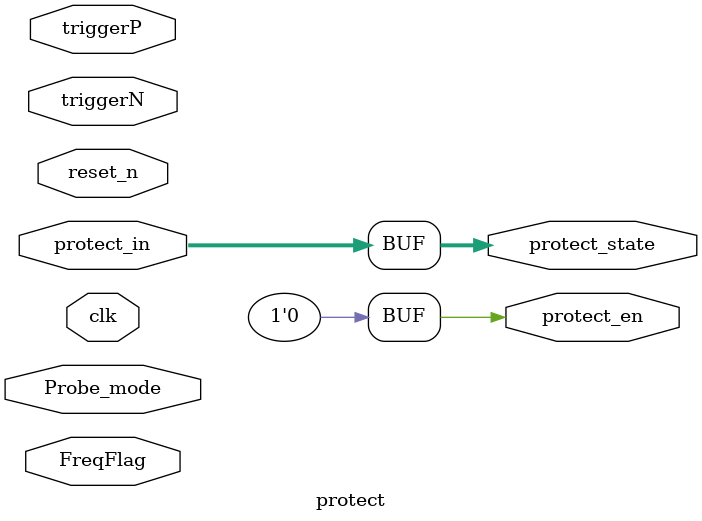
<source format=v>

`timescale 1ns/100ps

module protect(
	input 	wire			clk,
	input 	wire			reset_n,
	input		wire			triggerP,
	input		wire			triggerN,
	input		wire			FreqFlag,	//1--->(Freq <= 1MHz);		0-->(Freq > 1MHz);
	input		wire			Probe_mode,	//探头模式选择  1-->双探头   0-->单探头
	input 	wire[5:0]	protect_in,
	output 	wire 			protect_en,	//1-->protect;		0-->unprotect;
	output	wire[5:0]	protect_state
	);

//**************************** Introduction *******************************
// protect_in[0]: MOSFET_protect(MOSFET_UP); 		0-->unprotect;		1-->protect;
// protect_in[1]: MOSFET_protect(MOSFET_DOWN);		0-->unprotect;		1-->protect;
// protect_in[2]: HVCap_protect(IOV_HIGH);			0-->protect;		1-->unprotect;
// protect_in[3]: Temp_Protect1;							1-->protect;		0-->unprotect;
// protect_in[4]: Temp_Protect2;							1-->protect;		0-->unprotect;
// protect_in[5]: Temp_ProtectMOS;						0-->protect;		1-->unprotect;
//*************************************************************************
	parameter T_30ns = 16'd10;
	
	parameter N = 24;
	reg [N:0] triggerP_d_tmp;
	reg [N:0] triggerN_d_tmp;
	always@(posedge clk or negedge reset_n)
	begin
		if(~reset_n)
		begin
			triggerP_d_tmp <= 0;
			triggerN_d_tmp <= 0;
		end
		else
		begin
			triggerP_d_tmp <= {triggerP_d_tmp[N-1:0],triggerP};
			triggerN_d_tmp <= {triggerN_d_tmp[N-1:0],triggerN};
		end
	end

	wire triggerP_p_en;
	wire tirggerN_p_en;
	wire MosProtect_en;
	wire EMATprotect_in;
	reg MosProtect_en_tmp;
		
	assign triggerP_p_en = triggerP_d_tmp[N] & triggerP;
	assign tirggerN_p_en = triggerN_d_tmp[N] & triggerN;
	assign MosProtect_en = (triggerP_p_en | tirggerN_p_en) & MosProtect_en_tmp;
	assign EMATprotect_in = Probe_mode ? (~protect_in[4]) : ((~protect_in[3]) & (~protect_in[4]));
	assign protect_state = protect_in;


//	MOSFET Protect Freq <= 1MHz;
	parameter STATE_IDLE	= 2'd0;
	parameter STATE_P_TEST 	= 2'd1;
	parameter STATE_P_WAIT	= 2'd2;
	
	reg[15:0] MosP_cnt;
	reg[1:0]	MosP_state;
	always@(posedge clk or negedge reset_n)
	begin
		if(~reset_n)
		begin
			MosP_cnt <= 16'd0;
			MosProtect_en_tmp <= 1'b0; 
			MosP_state <= STATE_IDLE;
		end
		else
		begin
			case(MosP_state)
				STATE_IDLE:
				begin
					if(protect_in[0] | (protect_in[1]) | EMATprotect_in | (protect_in[5]))
					begin
						MosP_cnt <=MosP_cnt + 16'd1;
						MosProtect_en_tmp <= 1'b0; 
						MosP_state <= STATE_P_TEST;
					end
					else
					begin
						MosP_cnt <= 16'd0;
						MosProtect_en_tmp <= 1'b0; 
						MosP_state <= STATE_IDLE;
					end
				end
				STATE_P_TEST:
				begin
					if(MosP_cnt >= T_30ns)
					begin
						MosProtect_en_tmp <= 1'b1; 
					end
					else
					begin
						MosProtect_en_tmp <= 1'b0; 
					end
					if(protect_in[0] | (protect_in[1]) | EMATprotect_in | (protect_in[5]))
					begin
						MosP_cnt <=MosP_cnt + 16'd1;
						MosP_state <= STATE_P_TEST;
					end
					else
					begin
						MosP_cnt <= MosP_cnt;
						MosP_state <= STATE_P_WAIT;
					end
				end
				STATE_P_WAIT:
				begin
					if(MosP_cnt >= T_30ns)
					begin
						MosProtect_en_tmp <= 1'b1; 
					end
					else
					begin
						MosProtect_en_tmp <= 1'b0; 
					end
					if(protect_in[0] | (protect_in[1]) | EMATprotect_in | (protect_in[5]))
					begin
						MosP_cnt <=MosP_cnt + 16'd1;
						MosP_state <= STATE_P_TEST;
					end
					else
					begin
						MosP_cnt <= 0;
						MosP_state <= STATE_IDLE;
					end
				end
				
				default:
				begin
					MosP_cnt <= 16'd0;
					MosProtect_en_tmp <= 1'b1; 
					MosP_state <= STATE_IDLE;
				end
			endcase
		end
	end
	
//	HV Protect Freq > 1MHz;
	
	reg[15:0] HVP_cnt;
	reg HVProtect_en;
	reg[1:0]	HVP_state;
	always@(posedge clk or negedge reset_n)
	begin
		if(~reset_n)
		begin
			HVP_cnt <= 16'd0;
			HVProtect_en <= 1'b0; 
			HVP_state <= STATE_IDLE;
		end
		else
		begin
			case(HVP_state)
				STATE_IDLE:
				begin
					if(EMATprotect_in | (protect_in[5]))
					begin
						HVP_cnt <=HVP_cnt + 16'd1;
						HVProtect_en <= 1'b0; 
						HVP_state <= STATE_P_TEST;
					end
					else
					begin
						HVP_cnt <= 16'd0;
						HVProtect_en <= 1'b0; 
						HVP_state <= STATE_IDLE;
					end
				end
				STATE_P_TEST:
				begin
					if(HVP_cnt >= T_30ns)
					begin
						HVProtect_en <= 1'b1; 
					end
					else
					begin
						HVProtect_en <= 1'b0; 
					end
					if(EMATprotect_in | (protect_in[5]))
					begin
						HVP_cnt <= HVP_cnt + 16'd1;
						HVP_state <= STATE_P_TEST;
					end
					else
					begin
						HVP_cnt <= HVP_cnt;
						HVP_state <= STATE_P_WAIT;
					end
				end
				STATE_P_WAIT:
				begin
					if(HVP_cnt >= T_30ns)
					begin
						HVProtect_en <= 1'b1; 
					end
					else
					begin
						HVProtect_en <= 1'b0; 
					end
					if(EMATprotect_in | (protect_in[5]))
					begin
						HVP_cnt <= HVP_cnt + 16'd1;
						HVP_state <= STATE_P_TEST;
					end
					else
					begin
						HVP_cnt <= 0;
						HVP_state <= STATE_IDLE;
					end
				end
				
				default:
				begin
					HVP_cnt <= 16'd0;
					HVProtect_en <= 1'b1; 
					HVP_state <= STATE_IDLE;
				end
			endcase
		end
	end
//	assign protect_en = FreqFlag ? MosProtect_en : HVProtect_en;
assign protect_en = 0;
	
endmodule

	
</source>
